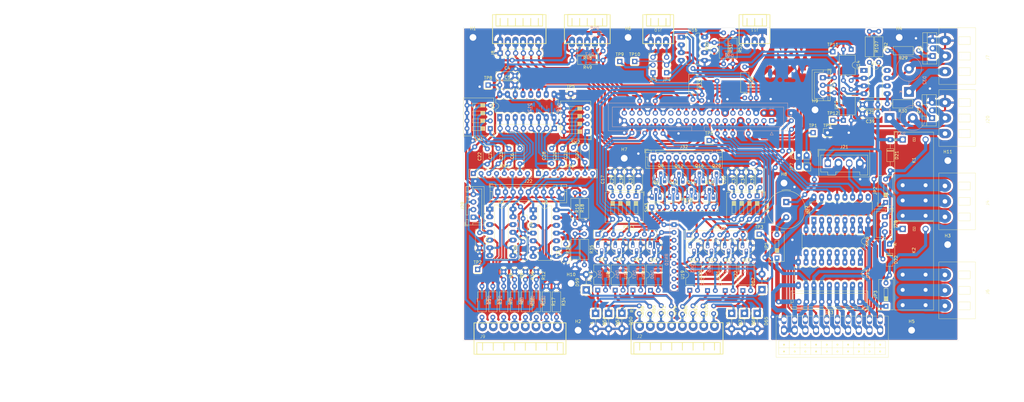
<source format=kicad_pcb>
(kicad_pcb
	(version 20240108)
	(generator "pcbnew")
	(generator_version "8.0")
	(general
		(thickness 1.6)
		(legacy_teardrops no)
	)
	(paper "A4")
	(layers
		(0 "F.Cu" signal)
		(1 "In1.Cu" signal)
		(2 "In2.Cu" signal)
		(31 "B.Cu" signal)
		(32 "B.Adhes" user "B.Adhesive")
		(33 "F.Adhes" user "F.Adhesive")
		(34 "B.Paste" user)
		(35 "F.Paste" user)
		(36 "B.SilkS" user "B.Silkscreen")
		(37 "F.SilkS" user "F.Silkscreen")
		(38 "B.Mask" user)
		(39 "F.Mask" user)
		(40 "Dwgs.User" user "User.Drawings")
		(41 "Cmts.User" user "User.Comments")
		(42 "Eco1.User" user "User.Eco1")
		(43 "Eco2.User" user "User.Eco2")
		(44 "Edge.Cuts" user)
		(45 "Margin" user)
		(46 "B.CrtYd" user "B.Courtyard")
		(47 "F.CrtYd" user "F.Courtyard")
		(48 "B.Fab" user)
		(49 "F.Fab" user)
		(50 "User.1" user)
		(51 "User.2" user)
		(52 "User.3" user)
		(53 "User.4" user)
		(54 "User.5" user)
		(55 "User.6" user)
		(56 "User.7" user)
		(57 "User.8" user)
		(58 "User.9" user)
	)
	(setup
		(stackup
			(layer "F.SilkS"
				(type "Top Silk Screen")
			)
			(layer "F.Paste"
				(type "Top Solder Paste")
			)
			(layer "F.Mask"
				(type "Top Solder Mask")
				(thickness 0.01)
			)
			(layer "F.Cu"
				(type "copper")
				(thickness 0.035)
			)
			(layer "dielectric 1"
				(type "prepreg")
				(thickness 0.1)
				(material "FR4")
				(epsilon_r 4.5)
				(loss_tangent 0.02)
			)
			(layer "In1.Cu"
				(type "copper")
				(thickness 0.035)
			)
			(layer "dielectric 2"
				(type "core")
				(thickness 1.24)
				(material "FR4")
				(epsilon_r 4.5)
				(loss_tangent 0.02)
			)
			(layer "In2.Cu"
				(type "copper")
				(thickness 0.035)
			)
			(layer "dielectric 3"
				(type "prepreg")
				(thickness 0.1)
				(material "FR4")
				(epsilon_r 4.5)
				(loss_tangent 0.02)
			)
			(layer "B.Cu"
				(type "copper")
				(thickness 0.035)
			)
			(layer "B.Mask"
				(type "Bottom Solder Mask")
				(thickness 0.01)
			)
			(layer "B.Paste"
				(type "Bottom Solder Paste")
			)
			(layer "B.SilkS"
				(type "Bottom Silk Screen")
				(color "Red")
			)
			(copper_finish "None")
			(dielectric_constraints no)
		)
		(pad_to_mask_clearance 0)
		(allow_soldermask_bridges_in_footprints no)
		(pcbplotparams
			(layerselection 0x0001000_fffffff9)
			(plot_on_all_layers_selection 0x0000000_00000000)
			(disableapertmacros no)
			(usegerberextensions no)
			(usegerberattributes no)
			(usegerberadvancedattributes yes)
			(creategerberjobfile yes)
			(dashed_line_dash_ratio 12.000000)
			(dashed_line_gap_ratio 3.000000)
			(svgprecision 4)
			(plotframeref no)
			(viasonmask no)
			(mode 1)
			(useauxorigin no)
			(hpglpennumber 1)
			(hpglpenspeed 20)
			(hpglpendiameter 15.000000)
			(pdf_front_fp_property_popups yes)
			(pdf_back_fp_property_popups yes)
			(dxfpolygonmode yes)
			(dxfimperialunits yes)
			(dxfusepcbnewfont yes)
			(psnegative no)
			(psa4output no)
			(plotreference no)
			(plotvalue no)
			(plotfptext no)
			(plotinvisibletext no)
			(sketchpadsonfab no)
			(subtractmaskfromsilk no)
			(outputformat 1)
			(mirror no)
			(drillshape 0)
			(scaleselection 1)
			(outputdirectory "export/")
		)
	)
	(net 0 "")
	(net 1 "+5V")
	(net 2 "/Buzzer")
	(net 3 "GND")
	(net 4 "+3V3")
	(net 5 "/ADC_CH3")
	(net 6 "/ADC_CH1")
	(net 7 "+12V")
	(net 8 "/Dig-IN_1")
	(net 9 "-5V")
	(net 10 "/ADC_CH5")
	(net 11 "/ADC_CH6")
	(net 12 "/ADC_CH0")
	(net 13 "/ADC_CH2")
	(net 14 "/ADC_CH7")
	(net 15 "/ADC_CH4")
	(net 16 "/Dig-IN_2")
	(net 17 "/Dig-IN_3")
	(net 18 "/Dig-IN_4")
	(net 19 "/Dig-IN_5")
	(net 20 "/Dig-IN_6")
	(net 21 "/Dig-IN_7")
	(net 22 "/Dig-IN_8")
	(net 23 "OUT_Digital_1_open-drain")
	(net 24 "Net-(U3C-+)")
	(net 25 "Net-(U3D-+)")
	(net 26 "IN_Analog_6 (0-20mA)")
	(net 27 "IN_Analog_7 (0-20mA)")
	(net 28 "Net-(U9B-+)")
	(net 29 "/OUT_PWM_1_diode")
	(net 30 "/OUT_PWM_2_diode")
	(net 31 "Net-(U9A-+)")
	(net 32 "OUT_Digital_2_open-drain")
	(net 33 "OUT_Digital_3_open-drain")
	(net 34 "OUT_Digital_4_open-drain")
	(net 35 "OUT_Digital_5_open-drain")
	(net 36 "Net-(U3A-+)")
	(net 37 "I2C_SDA")
	(net 38 "RS485_B")
	(net 39 "RS485_A")
	(net 40 "Net-(D50-A1)")
	(net 41 "Net-(D51-A)")
	(net 42 "Net-(D53-A1)")
	(net 43 "Net-(D54-A)")
	(net 44 "Net-(D56-A1)")
	(net 45 "Net-(D57-A)")
	(net 46 "Net-(D59-A1)")
	(net 47 "Net-(D60-A)")
	(net 48 "Net-(D62-A1)")
	(net 49 "Net-(D63-A)")
	(net 50 "Net-(D65-A1)")
	(net 51 "Net-(D66-A)")
	(net 52 "Net-(D68-A1)")
	(net 53 "Net-(D69-A)")
	(net 54 "Net-(D71-A1)")
	(net 55 "Net-(D72-A)")
	(net 56 "unconnected-(J1-ID_SD{slash}GPIO0-Pad27)")
	(net 57 "/SPI_CE0_ADC")
	(net 58 "Net-(J1-3V3-Pad1)")
	(net 59 "/SPI0_miso_ADC")
	(net 60 "/UART_DIR-T")
	(net 61 "/SPI0_mosi_ADC")
	(net 62 "/SPI0_sclk_ADC")
	(net 63 "/UART_TX")
	(net 64 "/SPI1_miso_FREE")
	(net 65 "/SR-OUT_latch")
	(net 66 "/SPI1_mosi_FREE")
	(net 67 "/SR-OUT_clock")
	(net 68 "/SR-OUT_data")
	(net 69 "unconnected-(J1-ID_SC{slash}GPIO1-Pad28)")
	(net 70 "/SPI1_CE_FREE")
	(net 71 "/UART_RX")
	(net 72 "/OUT_PWM_2")
	(net 73 "/SPI1_sclk_FREE")
	(net 74 "/OUT_PWM_1")
	(net 75 "IN_Digital_8")
	(net 76 "IN_Digital_5")
	(net 77 "IN_Digital_2")
	(net 78 "IN_Digital_3")
	(net 79 "IN_Digital_4")
	(net 80 "IN_Digital_6")
	(net 81 "IN_Digital_7")
	(net 82 "IN_Digital_1")
	(net 83 "OUT_Digital_8")
	(net 84 "OUT_Digital_7_open-drain")
	(net 85 "OUT_Digital_2")
	(net 86 "OUT_Digital_4")
	(net 87 "OUT_Digital_5")
	(net 88 "OUT_Digital_6")
	(net 89 "OUT_Digital_3")
	(net 90 "OUT_Digital_7")
	(net 91 "OUT_Digital_8_open-drain")
	(net 92 "OUT_Digital_1")
	(net 93 "OUT_Digital_6_open-drain")
	(net 94 "Net-(J4-Pin_1)")
	(net 95 "Net-(J4-Pin_2)")
	(net 96 "Net-(J4-Pin_3)")
	(net 97 "OUT_Digital_COM_open-drain")
	(net 98 "Net-(J6-Pin_1)")
	(net 99 "Net-(J6-Pin_3)")
	(net 100 "Net-(J6-Pin_2)")
	(net 101 "IN_Analog_1 (0-3.3V)")
	(net 102 "IN_Analog_5 (0-24V)")
	(net 103 "IN_Analog_4 (0-12V)")
	(net 104 "IN_Analog_2 (0-5V)")
	(net 105 "IN_Analog_0 (0-3.3V)")
	(net 106 "IN_Analog_3 (0-5V)")
	(net 107 "Net-(Q1-G)")
	(net 108 "Net-(Q2-G)")
	(net 109 "Net-(Q2-D)")
	(net 110 "Net-(Q5-G)")
	(net 111 "Net-(C17-Pad1)")
	(net 112 "Net-(Q7-G)")
	(net 113 "Net-(Q7-D)")
	(net 114 "Net-(C29-Pad1)")
	(net 115 "Net-(Q9-G)")
	(net 116 "Net-(C30-Pad1)")
	(net 117 "Net-(Q10-G)")
	(net 118 "Net-(Q11-D)")
	(net 119 "Net-(Q11-G)")
	(net 120 "Net-(C31-Pad1)")
	(net 121 "Net-(Q13-G)")
	(net 122 "Net-(Q13-D)")
	(net 123 "Net-(C32-Pad1)")
	(net 124 "Net-(Q15-D)")
	(net 125 "Net-(Q15-G)")
	(net 126 "Net-(C33-Pad1)")
	(net 127 "Net-(Q17-G)")
	(net 128 "Net-(Q17-D)")
	(net 129 "Net-(C34-Pad1)")
	(net 130 "Net-(Q19-D)")
	(net 131 "Net-(Q19-G)")
	(net 132 "Net-(C35-Pad1)")
	(net 133 "Net-(U9C--)")
	(net 134 "Net-(U12-~{OUTA})")
	(net 135 "Net-(U12-~{OUTB})")
	(net 136 "Net-(U12-INB)")
	(net 137 "Net-(R33-Pad1)")
	(net 138 "Net-(U9D--)")
	(net 139 "Net-(U12-INA)")
	(net 140 "Net-(R108-Pad1)")
	(net 141 "unconnected-(U2-QH'-Pad9)")
	(net 142 "unconnected-(U12-NC-Pad8)")
	(net 143 "unconnected-(U12-NC-Pad1)")
	(net 144 "Net-(U3B-+)")
	(net 145 "/LED_analog-CH6")
	(net 146 "/LED_analog-CH2")
	(net 147 "/LED_analog-CH7")
	(net 148 "/LED_analog-CH5")
	(net 149 "/LED_analog-CH0")
	(net 150 "/LED_analog-CH1")
	(net 151 "/LED_analog-CH3")
	(net 152 "/LED_analog-CH4")
	(net 153 "/LED_digital-out_2")
	(net 154 "/LED_digital-out_8")
	(net 155 "/LED_digital-out_6")
	(net 156 "/LED_digital-out_5")
	(net 157 "/LED_digital-out_4")
	(net 158 "/LED_digital-out_7")
	(net 159 "/LED_digital-out_1")
	(net 160 "/LED_digital-out_3")
	(net 161 "/LED_relay-1")
	(net 162 "/LED_PWM-1")
	(net 163 "/LED_PWM-2")
	(net 164 "/LED_relay-2")
	(net 165 "Net-(RN9-R2.2)")
	(net 166 "Net-(RN9-R8.2)")
	(net 167 "Net-(RN9-R7.2)")
	(net 168 "Net-(RN9-R5.2)")
	(net 169 "Net-(RN9-R1.2)")
	(net 170 "Net-(RN9-R6.2)")
	(net 171 "Net-(RN9-R3.2)")
	(net 172 "Net-(RN9-R4.2)")
	(net 173 "/DIP_EN-Filter-ADC3")
	(net 174 "/DIP_EN-Filter-ADC1")
	(net 175 "/DIP_EN-Filter-ADC5")
	(net 176 "/DIP_EN-Filter-ADC6")
	(net 177 "/DIP_EN-Filter-ADC0")
	(net 178 "/DIP_EN-Filter-ADC2")
	(net 179 "/DIP_EN-Filter-ADC7")
	(net 180 "/DIP_EN-Filter-ADC4")
	(net 181 "I2C_SCL")
	(net 182 "Net-(J10-Pin_2)")
	(net 183 "Net-(J10-Pin_1)")
	(net 184 "Net-(JP4-A)")
	(net 185 "Net-(JP5-A)")
	(net 186 "Net-(JP6-A)")
	(net 187 "+5VP")
	(net 188 "+3V3P")
	(footprint "Connector_JST:JST_XH_B9B-XH-A_1x09_P2.50mm_Vertical" (layer "F.Cu") (at 98.7044 69.9008))
	(footprint "Resistor_THT:R_Axial_DIN0207_L6.3mm_D2.5mm_P2.54mm_Vertical" (layer "F.Cu") (at 118.646 34.699 90))
	(footprint "Button_Switch_THT:SW_DIP_SPSTx04_Slide_9.78x12.34mm_W7.62mm_P2.54mm" (layer "F.Cu") (at 45.2845 60.36 180))
	(footprint "Package_TO_SOT_THT:TO-92_HandSolder" (layer "F.Cu") (at 98.2726 82.4186))
	(footprint "Package_DIP:DIP-4_W10.16mm" (layer "F.Cu") (at 160.932 57.706 90))
	(footprint "Button_Switch_THT:SW_DIP_SPSTx01_Slide_9.78x4.72mm_W7.62mm_P2.54mm" (layer "F.Cu") (at 139.161 102.7965 90))
	(footprint "Relay_THT:Relay_SPDT_Omron_G2RL-1-E" (layer "F.Cu") (at 180.34 63.947))
	(footprint "Resistor_THT:R_Axial_DIN0207_L6.3mm_D2.5mm_P10.16mm_Horizontal" (layer "F.Cu") (at 66.957 112.0587 -90))
	(footprint "Package_DIP:DIP-8_W7.62mm_LongPads" (layer "F.Cu") (at 107.851 30.381))
	(footprint "Diode_THT:D_DO-15_P5.08mm_Vertical_AnodeUp" (layer "F.Cu") (at 76.708 113.284 90))
	(footprint "custom-footprints1:WAGO 713-1430 MINI HD Stiftleiste gewinkelt 2x10-polig, RM 3,5" (layer "F.Cu") (at 157.223 127.461))
	(footprint "Resistor_THT:R_Array_SIP8" (layer "F.Cu") (at 80.536 95.01305))
	(footprint "Resistor_THT:R_Axial_DIN0207_L6.3mm_D2.5mm_P10.16mm_Horizontal" (layer "F.Cu") (at 60.353 112.0587 -90))
	(footprint "Capacitor_THT:C_Disc_D7.0mm_W2.5mm_P5.00mm" (layer "F.Cu") (at 41.811 94.516 -90))
	(footprint "Package_DIP:DIP-4_W10.16mm" (layer "F.Cu") (at 86.2052 113.37185 90))
	(footprint "Capacitor_THT:C_Disc_D7.0mm_W2.5mm_P5.00mm" (layer "F.Cu") (at 47.867 71.899685 90))
	(footprint "Capacitor_THT:C_Disc_D7.0mm_W2.5mm_P5.00mm" (layer "F.Cu") (at 124.46 79.66335 90))
	(footprint "Capacitor_THT:C_Disc_D7.0mm_W2.5mm_P5.00mm" (layer "F.Cu") (at 93.7722 79.58085 90))
	(footprint "custom-footprints1:MountingHole_2.2mm_NPTH-with-pad" (layer "F.Cu") (at 195.1228 70.866))
	(footprint "custom-footprints1:MountingHole_2.2mm_NPTH-with-pad" (layer "F.Cu") (at 141.478 78.232))
	(footprint "Capacitor_THT:C_Disc_D7.0mm_W2.5mm_P5.00mm" (layer "F.Cu") (at 87.6762 79.58085 90))
	(footprint "Resistor_THT:R_Axial_DIN0207_L6.3mm_D2.5mm_P2.54mm_Vertical" (layer "F.Cu") (at 108.2574 121.2404 90))
	(footprint "Package_DIP:DIP-4_W10.16mm" (layer "F.Cu") (at 116.4412 113.47785 90))
	(footprint "Capacitor_THT:C_Disc_D7.0mm_W2.5mm_P5.00mm" (layer "F.Cu") (at 68.949 71.842 90))
	(footprint "Package_TO_SOT_THT:TO-92_HandSolder" (layer "F.Cu") (at 100.203 98.933 180))
	(footprint "Connector_JST:JST_XH_B4B-XH-A_1x04_P2.50mm_Vertical" (layer "F.Cu") (at 39.762 89.436 90))
	(footprint "Resistor_THT:R_Axial_DIN0207_L6.3mm_D2.5mm_P2.54mm_Vertical" (layer "F.Cu") (at 114.963 121.059 90))
	(footprint "Resistor_THT:R_Axial_DIN0207_L6.3mm_D2.5mm_P10.16mm_Horizontal" (layer "F.Cu") (at 185.448 52.225 180))
	(footprint "Resistor_THT:R_Axial_DIN0207_L6.3mm_D2.5mm_P10.16mm_Horizontal"
		(layer "F.Cu")
		(uuid "22560aed-cde0-4746-90bf-93e3d8c73d7b")
		(at 172.494 28.476 -90)
		(descr "Resistor, Axial_DIN0207 series, Axial, Horizontal, pin pitch=10.16mm, 0.25W = 1/4W, length*diameter=6.3*2.5mm^2, http://cdn-reichelt.de/documents/datenblatt/B400/1_4W%23YAG.pdf")
		(tags "Resistor Axial_DIN0207 series Axial Horizontal pin pitch 10.16mm 0.25W = 1/4W length 6.3mm diameter 2.5mm")
		(property "Reference" "R32"
			(at 5.08 -2.37 90)
			(layer "F.SilkS")
			(uuid "0a01a3ed-965c-4ffe-9176-fb37f60e9999")
			(effects
				(font
					(size 1 1)
					(thickness 0.15)
				)
			)
		)
		(property "Value" "4k7"
			(at 5.08 2.37 90)
			(layer "F.Fab")
			(uuid "5b2ed4ef-926b-44bc-ad59-a57667214a5a")
			(effects
				(font
					(size 1 1)
					(thickness 0.15)
				)
			)
		)
		(property "Footprint" "Resistor_THT:R_Axial_DIN0207_L6.3mm_D2.5mm_P10.16mm_Horizontal"
			(at 0 0 -90)
			(unlocked yes)
			(layer "F.Fab")
			(hide yes)
			(uuid "35253505-32bd-47b2-88f9-4b24f79b28cf")
			(effects
				(font
					(size 1.27 1.27)
					(thickness 0.15)
				)
			)
		)
		(property "Datasheet" "sortiment"
			(at 0 0 -90)
			(unlocked yes)
			(layer "F.Fab")
			(hide yes)
			(uuid "76fb827a-4b59-4dc1-b911-01ce7afc9e03")
			(effects
				(font
					(size 1.27 1.27)
					(thickness 0.15)
				)
			)
		)
		(property "Description" "Resistor"
			(at 0 0 -90)
			(unlocked yes)
			(layer "F.Fab")
			(hide yes)
			(uuid "70d10f4c-c554-490e-88ec-fe182f610482")
			(effects
				(font
					(size 1.27 1.27)
					(thickness 0.15)
				)
			)
		)
		(property ki_fp_filters "R_*")
		(path "/c6fe806f-6933-468f-8f26-bbd8f04165ed")
		(sheetname "Root")
		(sheetfile "pi-interface-board_v1.0.kicad_sch")
		(attr through_hole)
		(fp_line
			(start 1.81 1.37)
			(end 8.35 1.37)
			(stroke
				(width 0.12)
				(type solid)
			)
			(layer "F.SilkS")
			(uuid "733bcede-81b0-4ea5-98b2-40d6d179fddc")
		)
		(fp_line
			(start 8.35 1.37)
			(end 8.35 -1.37)
			(stroke
				(width 0.12)
				(type solid)
			)
			(layer "F.SilkS")
			(uuid "8bbdb978-39c9-40d7-8
... [2451032 chars truncated]
</source>
